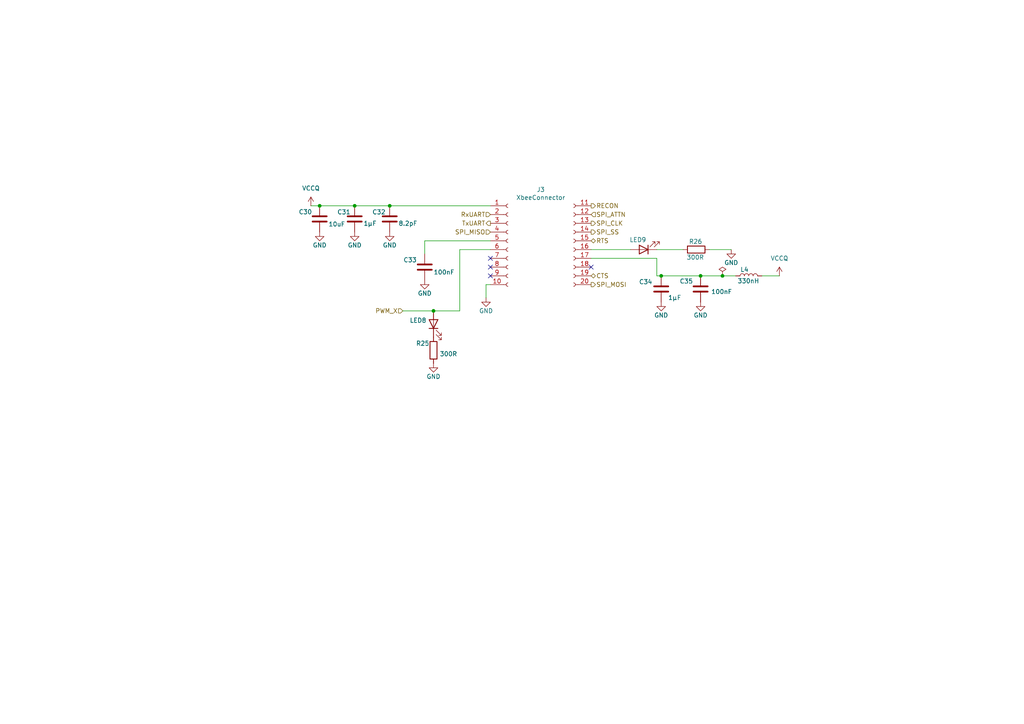
<source format=kicad_sch>
(kicad_sch (version 20250114) (generator "eeschema") (generator_version "9.0")
  (paper "A4")
  (title_block (title "XBEE") (date "2025-04-05") (rev "2.0") (company "Metropolia Motorsport") (comment 3 "ikar15012002@gmail.com") (comment 4 "Ivans Karsenieks"))
  (lib_symbols
    (symbol "Device:C" (pin_numbers (hide yes)) (pin_names (offset 0.254))
      (property "Reference" "C" (at 0.635 2.54 0))
      (property "Value" "C" (at 0.635 -2.54 0))
      (symbol "C_0_1"
        (polyline (pts (xy -2.032 0.762) (xy 2.032 0.762)) (stroke (width 0.508)))
        (polyline (pts (xy -2.032 -0.762) (xy 2.032 -0.762)) (stroke (width 0.508)))
      )
      (symbol "C_1_1"
        (pin passive line (at 0 3.81 270) (length 2.794) (name "~") (number "1"))
        (pin passive line (at 0 -3.81 90) (length 2.794) (name "~") (number "2"))
      )
    )
    (symbol "Device:L" (pin_numbers (hide yes)) (pin_names (offset 1.016) (hide yes))
      (property "Reference" "L" (at -1.27 0 90))
      (property "Value" "L" (at 1.905 0 90))
      (symbol "L_0_1"
        (arc (start 0 2.54) (mid 0.6323 1.905) (end 0 1.27))
        (arc (start 0 1.27) (mid 0.6323 0.635) (end 0 0))
        (arc (start 0 0) (mid 0.6323 -0.635) (end 0 -1.27))
        (arc (start 0 -1.27) (mid 0.6323 -1.905) (end 0 -2.54))
      )
      (symbol "L_1_1"
        (pin passive line (at 0 3.81 270) (length 1.27) (name "1") (number "1"))
        (pin passive line (at 0 -3.81 90) (length 1.27) (name "2") (number "2"))
      )
    )
    (symbol "Device:LED" (pin_numbers (hide yes)) (pin_names (offset 1.016) (hide yes))
      (property "Reference" "D" (at 0 2.54 0))
      (property "Value" "LED" (at 0 -2.54 0))
      (symbol "LED_0_1"
        (polyline (pts (xy -3.048 -0.762) (xy -4.572 -2.286) (xy -3.81 -2.286) (xy -4.572 -2.286) (xy -4.572 -1.524)))
        (polyline (pts (xy -1.778 -0.762) (xy -3.302 -2.286) (xy -2.54 -2.286) (xy -3.302 -2.286) (xy -3.302 -1.524)))
        (polyline (pts (xy -1.27 0) (xy 1.27 0)))
        (polyline (pts (xy -1.27 -1.27) (xy -1.27 1.27)) (stroke (width 0.254)))
        (polyline (pts (xy 1.27 -1.27) (xy 1.27 1.27) (xy -1.27 0) (xy 1.27 -1.27)) (stroke (width 0.254)))
      )
      (symbol "LED_1_1"
        (pin passive line (at -3.81 0 0) (length 2.54) (name "K") (number "1"))
        (pin passive line (at 3.81 0 180) (length 2.54) (name "A") (number "2"))
      )
    )
    (symbol "Device:R" (pin_numbers (hide yes)) (pin_names (offset 0))
      (property "Reference" "R" (at 2.032 0 90))
      (property "Value" "R" (at 0 0 90))
      (symbol "R_0_1"
        (rectangle (start -1.016 -2.54) (end 1.016 2.54) (stroke (width 0.254)))
      )
      (symbol "R_1_1"
        (pin passive line (at 0 3.81 270) (length 1.27) (name "~") (number "1"))
        (pin passive line (at 0 -3.81 90) (length 1.27) (name "~") (number "2"))
      )
    )
    (symbol "Telemetry-Board-rescue:GND-power-Telemetry-Board-rescue-Telemetry-Board-rescue" (power) (pin_names (offset 0))
      (property "Value" "GND-power-Telemetry-Board-rescue-Telemetry-Board-rescue" (at 0 -3.81 0))
      (symbol "GND-power-Telemetry-Board-rescue-Telemetry-Board-rescue_0_1"
        (polyline (pts (xy 0 0) (xy 0 -1.27) (xy 1.27 -1.27) (xy 0 -2.54) (xy -1.27 -1.27) (xy 0 -1.27)))
      )
      (symbol "GND-power-Telemetry-Board-rescue-Telemetry-Board-rescue_1_1"
        (pin power_in line (at 0 0 270) (length 0) (hide yes) (name "GND") (number "1"))
      )
    )
    (symbol "power:PWR_FLAG" (power) (pin_numbers (hide yes)) (pin_names (offset 0) (hide yes))
      (property "Value" "PWR_FLAG" (at 0 3.81 0))
      (symbol "PWR_FLAG_0_0"
        (pin power_out line (at 0 0 90) (length 0) (name "~") (number "1"))
      )
      (symbol "PWR_FLAG_0_1"
        (polyline (pts (xy 0 0) (xy 0 1.27) (xy -1.016 1.905) (xy 0 2.54) (xy 1.016 1.905) (xy 0 1.27)))
      )
    )
    (symbol "power:VCCQ" (power) (pin_numbers (hide yes)) (pin_names (offset 0) (hide yes))
      (property "Value" "VCCQ" (at 0 3.556 0))
      (symbol "VCCQ_0_1"
        (polyline (pts (xy -0.762 1.27) (xy 0 2.54)))
        (polyline (pts (xy 0 2.54) (xy 0.762 1.27)))
        (polyline (pts (xy 0 0) (xy 0 2.54)))
      )
      (symbol "VCCQ_1_1"
        (pin power_in line (at 0 0 90) (length 0) (name "~") (number "1"))
      )
    )
    (symbol "xbeeconnector:XbeeConnector" (pin_names (offset 1.016) (hide yes))
      (property "Reference" "J" (at 8.89 12.7 0))
      (property "Value" "XbeeConnector" (at 10.16 -13.97 0))
      (symbol "XbeeConnector_1_1"
        (polyline (pts (xy -1.27 10.16) (xy -0.508 10.16)) (stroke (width 0.1524)))
        (polyline (pts (xy -1.27 7.62) (xy -0.508 7.62)) (stroke (width 0.1524)))
        (polyline (pts (xy -1.27 5.08) (xy -0.508 5.08)) (stroke (width 0.1524)))
        (polyline (pts (xy -1.27 2.54) (xy -0.508 2.54)) (stroke (width 0.1524)))
        (polyline (pts (xy -1.27 0) (xy -0.508 0)) (stroke (width 0.1524)))
        (polyline (pts (xy -1.27 -2.54) (xy -0.508 -2.54)) (stroke (width 0.1524)))
        (polyline (pts (xy -1.27 -5.08) (xy -0.508 -5.08)) (stroke (width 0.1524)))
        (polyline (pts (xy -1.27 -7.62) (xy -0.508 -7.62)) (stroke (width 0.1524)))
        (polyline (pts (xy -1.27 -10.16) (xy -0.508 -10.16)) (stroke (width 0.1524)))
        (polyline (pts (xy -1.27 -12.7) (xy -0.508 -12.7)) (stroke (width 0.1524)))
        (arc (start 0 9.652) (mid -0.508 10.16) (end 0 10.668) (stroke (width 0.1524)))
        (arc (start 0 7.112) (mid -0.508 7.62) (end 0 8.128) (stroke (width 0.1524)))
        (arc (start 0 4.572) (mid -0.508 5.08) (end 0 5.588) (stroke (width 0.1524)))
        (arc (start 0 2.032) (mid -0.508 2.54) (end 0 3.048) (stroke (width 0.1524)))
        (arc (start 0 -0.508) (mid -0.508 0) (end 0 0.508) (stroke (width 0.1524)))
        (arc (start 0 -3.048) (mid -0.508 -2.54) (end 0 -2.032) (stroke (width 0.1524)))
        (arc (start 0 -5.588) (mid -0.508 -5.08) (end 0 -4.572) (stroke (width 0.1524)))
        (arc (start 0 -8.128) (mid -0.508 -7.62) (end 0 -7.112) (stroke (width 0.1524)))
        (arc (start 0 -10.668) (mid -0.508 -10.16) (end 0 -9.652) (stroke (width 0.1524)))
        (arc (start 0 -13.208) (mid -0.508 -12.7) (end 0 -12.192) (stroke (width 0.1524)))
        (arc (start 19.05 10.668) (mid 19.558 10.16) (end 19.05 9.652) (stroke (width 0.1524)))
        (arc (start 19.05 8.128) (mid 19.558 7.62) (end 19.05 7.112) (stroke (width 0.1524)))
        (arc (start 19.05 5.588) (mid 19.558 5.08) (end 19.05 4.572) (stroke (width 0.1524)))
        (arc (start 19.05 3.048) (mid 19.558 2.54) (end 19.05 2.032) (stroke (width 0.1524)))
        (arc (start 19.05 0.508) (mid 19.558 0) (end 19.05 -0.508) (stroke (width 0.1524)))
        (arc (start 19.05 -2.032) (mid 19.558 -2.54) (end 19.05 -3.048) (stroke (width 0.1524)))
        (arc (start 19.05 -4.572) (mid 19.558 -5.08) (end 19.05 -5.588) (stroke (width 0.1524)))
        (arc (start 19.05 -7.112) (mid 19.558 -7.62) (end 19.05 -8.128) (stroke (width 0.1524)))
        (arc (start 19.05 -9.652) (mid 19.558 -10.16) (end 19.05 -10.668) (stroke (width 0.1524)))
        (arc (start 19.05 -12.192) (mid 19.558 -12.7) (end 19.05 -13.208) (stroke (width 0.1524)))
        (polyline (pts (xy 20.32 10.16) (xy 19.558 10.16)) (stroke (width 0.1524)))
        (polyline (pts (xy 20.32 7.62) (xy 19.558 7.62)) (stroke (width 0.1524)))
        (polyline (pts (xy 20.32 5.08) (xy 19.558 5.08)) (stroke (width 0.1524)))
        (polyline (pts (xy 20.32 2.54) (xy 19.558 2.54)) (stroke (width 0.1524)))
        (polyline (pts (xy 20.32 0) (xy 19.558 0)) (stroke (width 0.1524)))
        (polyline (pts (xy 20.32 -2.54) (xy 19.558 -2.54)) (stroke (width 0.1524)))
        (polyline (pts (xy 20.32 -5.08) (xy 19.558 -5.08)) (stroke (width 0.1524)))
        (polyline (pts (xy 20.32 -7.62) (xy 19.558 -7.62)) (stroke (width 0.1524)))
        (polyline (pts (xy 20.32 -10.16) (xy 19.558 -10.16)) (stroke (width 0.1524)))
        (polyline (pts (xy 20.32 -12.7) (xy 19.558 -12.7)) (stroke (width 0.1524)))
        (pin passive line (at -5.08 10.16 0) (length 3.81) (name "Pin_1") (number "1"))
        (pin passive line (at -5.08 7.62 0) (length 3.81) (name "Pin_2") (number "2"))
        (pin passive line (at -5.08 5.08 0) (length 3.81) (name "Pin_3") (number "3"))
        (pin passive line (at -5.08 2.54 0) (length 3.81) (name "Pin_4") (number "4"))
        (pin passive line (at -5.08 0 0) (length 3.81) (name "Pin_5") (number "5"))
        (pin passive line (at -5.08 -2.54 0) (length 3.81) (name "Pin_6") (number "6"))
        (pin passive line (at -5.08 -5.08 0) (length 3.81) (name "Pin_7") (number "7"))
        (pin passive line (at -5.08 -7.62 0) (length 3.81) (name "Pin_8") (number "8"))
        (pin passive line (at -5.08 -10.16 0) (length 3.81) (name "Pin_9") (number "9"))
        (pin passive line (at -5.08 -12.7 0) (length 3.81) (name "Pin_10") (number "10"))
        (pin passive line (at 24.13 10.16 180) (length 3.81) (name "Pin_11") (number "11"))
        (pin passive line (at 24.13 7.62 180) (length 3.81) (name "Pin_12") (number "12"))
        (pin passive line (at 24.13 5.08 180) (length 3.81) (name "Pin_13") (number "13"))
        (pin passive line (at 24.13 2.54 180) (length 3.81) (name "Pin_14") (number "14"))
        (pin passive line (at 24.13 0 180) (length 3.81) (name "Pin_15") (number "15"))
        (pin passive line (at 24.13 -2.54 180) (length 3.81) (name "Pin_16") (number "16"))
        (pin passive line (at 24.13 -5.08 180) (length 3.81) (name "Pin_17") (number "17"))
        (pin passive line (at 24.13 -7.62 180) (length 3.81) (name "Pin_18") (number "18"))
        (pin passive line (at 24.13 -10.16 180) (length 3.81) (name "Pin_19") (number "19"))
        (pin passive line (at 24.13 -12.7 180) (length 3.81) (name "Pin_20") (number "20"))
      )
    )
  )
  (junction (at 102.87 59.69))
  (junction (at 191.77 80.01))
  (junction (at 209.55 80.01))
  (junction (at 203.2 80.01))
  (junction (at 125.73 90.17))
  (junction (at 113.03 59.69))
  (junction (at 92.71 59.69))
  (no_connect (at 171.45 77.47))
  (no_connect (at 142.24 77.47))
  (no_connect (at 142.24 80.01))
  (no_connect (at 142.24 74.93))
  (wire (pts (xy 123.19 69.85) (xy 123.19 73.66)))
  (wire (pts (xy 190.5 72.39) (xy 198.12 72.39)))
  (wire (pts (xy 116.84 90.17) (xy 125.73 90.17)))
  (wire (pts (xy 92.71 59.69) (xy 102.87 59.69)))
  (wire (pts (xy 171.45 72.39) (xy 182.88 72.39)))
  (wire (pts (xy 142.24 82.55) (xy 140.97 82.55)))
  (wire (pts (xy 90.17 59.69) (xy 92.71 59.69)))
  (wire (pts (xy 205.74 72.39) (xy 212.09 72.39)))
  (wire (pts (xy 133.35 72.39) (xy 142.24 72.39)))
  (wire (pts (xy 203.2 80.01) (xy 209.55 80.01)))
  (wire (pts (xy 209.55 80.01) (xy 213.36 80.01)))
  (wire (pts (xy 142.24 69.85) (xy 123.19 69.85)))
  (wire (pts (xy 191.77 80.01) (xy 203.2 80.01)))
  (wire (pts (xy 190.5 80.01) (xy 190.5 74.93)))
  (wire (pts (xy 125.73 90.17) (xy 133.35 90.17)))
  (wire (pts (xy 190.5 80.01) (xy 191.77 80.01)))
  (wire (pts (xy 133.35 72.39) (xy 133.35 90.17)))
  (wire (pts (xy 113.03 59.69) (xy 142.24 59.69)))
  (wire (pts (xy 140.97 82.55) (xy 140.97 86.36)))
  (wire (pts (xy 190.5 74.93) (xy 171.45 74.93)))
  (wire (pts (xy 220.98 80.01) (xy 226.06 80.01)))
  (wire (pts (xy 102.87 59.69) (xy 113.03 59.69)))
  (hierarchical_label "SPI_MISO" (shape input) (at 142.24 67.31 180))
  (hierarchical_label "SPI_SS" (shape output) (at 171.45 67.31 0))
  (hierarchical_label "SPI_CLK" (shape output) (at 171.45 64.77 0))
  (hierarchical_label "RECON" (shape output) (at 171.45 59.69 0))
  (hierarchical_label "TxUART" (shape output) (at 142.24 64.77 180))
  (hierarchical_label "SPI_ATTN" (shape input) (at 171.45 62.23 0))
  (hierarchical_label "PWM_X" (shape input) (at 116.84 90.17 180))
  (hierarchical_label "RxUART" (shape input) (at 142.24 62.23 180))
  (hierarchical_label "CTS" (shape bidirectional) (at 171.45 80.01 0))
  (hierarchical_label "RTS" (shape bidirectional) (at 171.45 69.85 0))
  (hierarchical_label "SPI_MOSI" (shape output) (at 171.45 82.55 0))
  (symbol (lib_id "xbeeconnector:XbeeConnector") (at 147.32 69.85 0) (unit 1)
    (property "Reference" "J3" (at 156.845 54.991 0))
    (property "Value" "XbeeConnector" (at 156.845 57.3024 0))
    (property "Footprint" "telemetry:XbeeSocket" (effects (hide yes)))
  )
  (symbol (lib_id "Telemetry-Board-rescue:GND-power-Telemetry-Board-rescue-Telemetry-Board-rescue") (at 125.73 105.41 0) (unit 1)
    (property "Reference" "#PWR091" (effects (hide yes)))
    (property "Value" "GND" (at 125.73 109.22 0))
  )
  (symbol (lib_id "Telemetry-Board-rescue:GND-power-Telemetry-Board-rescue-Telemetry-Board-rescue") (at 140.97 86.36 0) (unit 1)
    (property "Reference" "#PWR092" (effects (hide yes)))
    (property "Value" "GND" (at 140.97 90.17 0))
  )
  (symbol (lib_id "Device:C") (at 102.87 63.5 0) (unit 1)
    (property "Reference" "C31" (at 97.79 62.23 0) (effects (justify left bottom)))
    (property "Value" "1µF" (at 105.41 65.532 0) (effects (justify left bottom)))
    (property "Footprint" "Capacitor_SMD:C_0805_2012Metric_Pad1.18x1.45mm_HandSolder" (effects (hide yes)))
    (property "Description" "08053C105KAZ2A" (effects (hide yes)))
    (property "MAX OPERATING TEMPERATURE" "125°C" (effects (hide yes)))
    (property "CASE/PACKAGE" "0805" (effects (hide yes)))
    (property "PACKAGING" "Tape and Reel" (effects (hide yes)))
    (property "MIN OPERATING TEMPERATURE" "-55°C" (effects (hide yes)))
    (property "CAPACITOR TYPE" "Ceramic" (effects (hide yes)))
    (property "DIELECTRIC MATERIAL" "Ceramic" (effects (hide yes)))
    (property "HEIGHT" "1.4mm" (effects (hide yes)))
    (property "JESD-609 CODE" "e3" (effects (hide yes)))
    (property "LENGTH" "2.01mm" (effects (hide yes)))
    (property "MOUNTING TECHNOLOGY" "Surface Mount" (effects (hide yes)))
    (property "MULTILAYER" "Yes" (effects (hide yes)))
    (property "PACKAGE SHAPE" "Rectangular" (effects (hide yes)))
    (property "PACKAGE STYLE" "SMTMeter" (effects (hide yes)))
    (property "PINS" "2" (effects (hide yes)))
    (property "RATED DC VOLTAGE (URDC)" "25V" (effects (hide yes)))
    (property "REACH SVHC COMPLIANT" "Yes" (effects (hide yes)))
    (property "REFERENCE STANDARD" "AEC-Q200" (effects (hide yes)))
    (property "ROHS COMPLIANT" "Yes" (effects (hide yes)))
    (property "TEMPERATURE CHARACTERISTICS CODE" "X7R" (effects (hide yes)))
    (property "TERMINAL FINISH" "Nickel" (effects (hide yes)))
    (property "TERMINATION" "Wraparound" (effects (hide yes)))
    (property "TOLERANCE  (FILL IN AS +-)" "10%" (effects (hide yes)))
    (property "TOLERANCE (FILL IN AS +-)" "10%" (effects (hide yes)))
    (property "ALTIUM_VALUE" "1µF" (effects (hide yes)))
    (property "WIDTH" "1.25mm" (effects (hide yes)))
  )
  (symbol (lib_id "Device:LED") (at 125.73 93.98 90) (unit 1)
    (property "Reference" "LED8" (at 123.698 92.202 90) (effects (justify left bottom)))
    (property "Value" "SML-H12D8TT86" (effects (hide yes)))
    (property "Footprint" "LED_SMD:LED_0805_2012Metric_Pad1.15x1.40mm_HandSolder" (effects (hide yes)))
    (property "Description" "Orange LED" (effects (hide yes)))
    (property "DATASHEET LINK" "https://datasheet.datasheetarchive.com/originals/distributors/DKDS-18/357140.pdf" (effects (hide yes)))
    (property "HEIGHT" "0.9mm" (effects (hide yes)))
    (property "MANUFACTURER_NAME" "ROHM Semiconductor" (effects (hide yes)))
    (property "MANUFACTURER_PART_NUMBER" "SML-H12D8TT86" (effects (hide yes)))
    (property "MOUSER PART NUMBER" "755-SML-H12D8TT86" (effects (hide yes)))
    (property "MOUSER PRICE/STOCK" "https://www.mouser.co.uk/ProductDetail/ROHM-Semiconductor/SML-H12D8TT86?qs=SP2aZMzhwxiz9%252BUGDYiyAA%3D%3D" (effects (hide yes)))
    (property "COLOUR" "Orange" (effects (hide yes)))
  )
  (symbol (lib_id "Device:C") (at 191.77 83.82 180) (unit 1)
    (property "Reference" "C34" (at 189.23 81.026 0) (effects (justify left bottom)))
    (property "Value" "1µF" (at 197.612 85.598 0) (effects (justify left bottom)))
    (property "Footprint" "Capacitor_SMD:C_0805_2012Metric_Pad1.18x1.45mm_HandSolder" (effects (hide yes)))
    (property "Description" "08053C105KAZ2A" (effects (hide yes)))
    (property "MAX OPERATING TEMPERATURE" "125°C" (effects (hide yes)))
    (property "CASE/PACKAGE" "0805" (effects (hide yes)))
    (property "PACKAGING" "Tape and Reel" (effects (hide yes)))
    (property "MIN OPERATING TEMPERATURE" "-55°C" (effects (hide yes)))
    (property "CAPACITOR TYPE" "Ceramic" (effects (hide yes)))
    (property "DIELECTRIC MATERIAL" "Ceramic" (effects (hide yes)))
    (property "HEIGHT" "1.4mm" (effects (hide yes)))
    (property "JESD-609 CODE" "e3" (effects (hide yes)))
    (property "LENGTH" "2.01mm" (effects (hide yes)))
    (property "MOUNTING TECHNOLOGY" "Surface Mount" (effects (hide yes)))
    (property "MULTILAYER" "Yes" (effects (hide yes)))
    (property "PACKAGE SHAPE" "Rectangular" (effects (hide yes)))
    (property "PACKAGE STYLE" "SMTMeter" (effects (hide yes)))
    (property "PINS" "2" (effects (hide yes)))
    (property "RATED DC VOLTAGE (URDC)" "25V" (effects (hide yes)))
    (property "REACH SVHC COMPLIANT" "Yes" (effects (hide yes)))
    (property "REFERENCE STANDARD" "AEC-Q200" (effects (hide yes)))
    (property "ROHS COMPLIANT" "Yes" (effects (hide yes)))
    (property "TEMPERATURE CHARACTERISTICS CODE" "X7R" (effects (hide yes)))
    (property "TERMINAL FINISH" "Nickel" (effects (hide yes)))
    (property "TERMINATION" "Wraparound" (effects (hide yes)))
    (property "TOLERANCE  (FILL IN AS +-)" "10%" (effects (hide yes)))
    (property "TOLERANCE (FILL IN AS +-)" "10%" (effects (hide yes)))
    (property "ALTIUM_VALUE" "1µF" (effects (hide yes)))
    (property "WIDTH" "1.25mm" (effects (hide yes)))
  )
  (symbol (lib_id "Device:C") (at 113.03 63.5 0) (unit 1)
    (property "Reference" "C32" (at 107.95 62.23 0) (effects (justify left bottom)))
    (property "Value" "8.2pF" (at 115.57 65.532 0) (effects (justify left bottom)))
    (property "Footprint" "Capacitor_SMD:C_0805_2012Metric_Pad1.18x1.45mm_HandSolder" (effects (hide yes)))
    (property "Description" "885012007098" (effects (hide yes)))
  )
  (symbol (lib_id "Telemetry-Board-rescue:GND-power-Telemetry-Board-rescue-Telemetry-Board-rescue") (at 113.03 67.31 0) (unit 1)
    (property "Reference" "#PWR089" (effects (hide yes)))
    (property "Value" "GND" (at 113.03 71.12 0))
  )
  (symbol (lib_id "Device:C") (at 203.2 83.82 0) (unit 1)
    (property "Reference" "C35" (at 197.104 82.296 0) (effects (justify left bottom)))
    (property "Value" "100nF" (at 206.248 85.344 0) (effects (justify left bottom)))
    (property "Footprint" "Capacitor_SMD:C_0805_2012Metric_Pad1.18x1.45mm_HandSolder" (effects (hide yes)))
    (property "Description" "08055C104KAT4A" (effects (hide yes)))
    (property "HEIGHT" "0.94mm" (effects (hide yes)))
    (property "ALTIUM_VALUE" "100nF" (effects (hide yes)))
    (property "CAPACITOR TYPE" "Ceramic" (effects (hide yes)))
    (property "CASE/PACKAGE" "0805" (effects (hide yes)))
    (property "DIELECTRIC MATERIAL" "Ceramic" (effects (hide yes)))
    (property "JESD-609 CODE" "e3" (effects (hide yes)))
    (property "LENGTH" "2.01mm" (effects (hide yes)))
    (property "MAX OPERATING TEMPERATURE" "125°C" (effects (hide yes)))
    (property "MIN OPERATING TEMPERATURE" "-55°C" (effects (hide yes)))
    (property "MOUNTING TECHNOLOGY" "Surface Mount" (effects (hide yes)))
    (property "MULTILAYER" "Yes" (effects (hide yes)))
    (property "PACKAGE SHAPE" "Rectangular" (effects (hide yes)))
    (property "PACKAGE STYLE" "SMTMeter" (effects (hide yes)))
    (property "PACKAGING" "Tape and Reel" (effects (hide yes)))
    (property "PINS" "2" (effects (hide yes)))
    (property "RATED DC VOLTAGE (URDC)" "50V" (effects (hide yes)))
    (property "REACH SVHC COMPLIANT" "Yes" (effects (hide yes)))
    (property "ROHS COMPLIANT" "Yes" (effects (hide yes)))
    (property "TEMPERATURE CHARACTERISTICS CODE" "X7R" (effects (hide yes)))
    (property "TERMINAL FINISH" "Nickel" (effects (hide yes)))
    (property "TERMINATION" "Wraparound" (effects (hide yes)))
    (property "TOLERANCE  (FILL IN AS +-)" "10%" (effects (hide yes)))
    (property "TOLERANCE (FILL IN AS +-)" "10%" (effects (hide yes)))
    (property "WIDTH" "1.25mm" (effects (hide yes)))
  )
  (symbol (lib_id "Telemetry-Board-rescue:GND-power-Telemetry-Board-rescue-Telemetry-Board-rescue") (at 92.71 67.31 0) (unit 1)
    (property "Reference" "#PWR087" (effects (hide yes)))
    (property "Value" "GND" (at 92.71 71.12 0))
  )
  (symbol (lib_id "Device:C") (at 123.19 77.47 180) (unit 1)
    (property "Reference" "C33" (at 120.904 74.676 0) (effects (justify left bottom)))
    (property "Value" "100nF" (at 131.826 78.232 0) (effects (justify left bottom)))
    (property "Footprint" "Capacitor_SMD:C_0805_2012Metric_Pad1.18x1.45mm_HandSolder" (effects (hide yes)))
    (property "Description" "08055C104KAT4A" (effects (hide yes)))
    (property "HEIGHT" "0.94mm" (effects (hide yes)))
    (property "ALTIUM_VALUE" "100nF" (effects (hide yes)))
    (property "CAPACITOR TYPE" "Ceramic" (effects (hide yes)))
    (property "CASE/PACKAGE" "0805" (effects (hide yes)))
    (property "DIELECTRIC MATERIAL" "Ceramic" (effects (hide yes)))
    (property "JESD-609 CODE" "e3" (effects (hide yes)))
    (property "LENGTH" "2.01mm" (effects (hide yes)))
    (property "MAX OPERATING TEMPERATURE" "125°C" (effects (hide yes)))
    (property "MIN OPERATING TEMPERATURE" "-55°C" (effects (hide yes)))
    (property "MOUNTING TECHNOLOGY" "Surface Mount" (effects (hide yes)))
    (property "MULTILAYER" "Yes" (effects (hide yes)))
    (property "PACKAGE SHAPE" "Rectangular" (effects (hide yes)))
    (property "PACKAGE STYLE" "SMTMeter" (effects (hide yes)))
    (property "PACKAGING" "Tape and Reel" (effects (hide yes)))
    (property "PINS" "2" (effects (hide yes)))
    (property "RATED DC VOLTAGE (URDC)" "50V" (effects (hide yes)))
    (property "REACH SVHC COMPLIANT" "Yes" (effects (hide yes)))
    (property "ROHS COMPLIANT" "Yes" (effects (hide yes)))
    (property "TEMPERATURE CHARACTERISTICS CODE" "X7R" (effects (hide yes)))
    (property "TERMINAL FINISH" "Nickel" (effects (hide yes)))
    (property "TERMINATION" "Wraparound" (effects (hide yes)))
    (property "TOLERANCE  (FILL IN AS +-)" "10%" (effects (hide yes)))
    (property "TOLERANCE (FILL IN AS +-)" "10%" (effects (hide yes)))
    (property "WIDTH" "1.25mm" (effects (hide yes)))
  )
  (symbol (lib_id "power:PWR_FLAG") (at 209.55 80.01 0) (unit 1)
    (property "Reference" "#FLG08" (effects (hide yes)))
    (property "Value" "PWR_FLAG" (effects (hide yes)))
    (property "Description" "Special symbol for telling ERC where power comes from" (effects (hide yes)))
  )
  (symbol (lib_id "Device:L") (at 217.17 80.01 90) (unit 1)
    (property "Reference" "L4" (at 217.17 77.47 90) (effects (justify left bottom)))
    (property "Value" "330nH" (at 220.218 80.772 90) (effects (justify left bottom)))
    (property "Footprint" "Inductor_SMD:L_0805_2012Metric_Pad1.15x1.40mm_HandSolder" (effects (hide yes)))
    (property "Description" "BDCC00201208R33MWA" (effects (hide yes)))
    (property "SHIELDING" "Shielded" (effects (hide yes)))
    (property "TEST FREQUENCY" "2MHz" (effects (hide yes)))
    (property "MIN OPERATING TEMPERATURE" "-40°C" (effects (hide yes)))
    (property "TOLERANCE" "20%" (effects (hide yes)))
    (property "DC RESISTANCE (DCR)" "24mR" (effects (hide yes)))
    (property "MAX OPERATING TEMPERATURE" "125°C" (effects (hide yes)))
    (property "TERMINATION" "One Surface" (effects (hide yes)))
    (property "CORE MATERIAL" "Ferrite" (effects (hide yes)))
    (property "CHANNELS" "1" (effects (hide yes)))
    (property "INDUCTANCE-NOM (L)" "0.33uH" (effects (hide yes)))
    (property "INDUCTOR APPLICATION" "RF INDUCTOR" (effects (hide yes)))
    (property "INDUCTOR TYPE" "GENERAL PURPOSE INDUCTOR" (effects (hide yes)))
    (property "MAX CURRENT RATING" "4A" (effects (hide yes)))
    (property "PINS" "2" (effects (hide yes)))
    (property "REACH SVHC COMPLIANT" "Yes" (effects (hide yes)))
    (property "ROHS COMPLIANT" "Yes" (effects (hide yes)))
    (property "SHAPE/SIZE DESCRIPTION" "RECTANGULAR PACKAGE" (effects (hide yes)))
    (property "SURFACE MOUNT" "Yes" (effects (hide yes)))
    (property "TERMINAL PLACEMENT" "Dual Ended" (effects (hide yes)))
    (property "ALTIUM_VALUE" "330nH" (effects (hide yes)))
  )
  (symbol (lib_id "Telemetry-Board-rescue:GND-power-Telemetry-Board-rescue-Telemetry-Board-rescue") (at 212.09 72.39 0) (unit 1)
    (property "Reference" "#PWR095" (effects (hide yes)))
    (property "Value" "GND" (at 212.09 76.2 0))
  )
  (symbol (lib_id "Telemetry-Board-rescue:GND-power-Telemetry-Board-rescue-Telemetry-Board-rescue") (at 191.77 87.63 0) (unit 1)
    (property "Reference" "#PWR093" (effects (hide yes)))
    (property "Value" "GND" (at 191.77 91.44 0))
  )
  (symbol (lib_id "Telemetry-Board-rescue:GND-power-Telemetry-Board-rescue-Telemetry-Board-rescue") (at 123.19 81.28 0) (unit 1)
    (property "Reference" "#PWR090" (effects (hide yes)))
    (property "Value" "GND" (at 123.19 85.09 0))
  )
  (symbol (lib_id "Device:R") (at 125.73 101.6 0) (unit 1)
    (property "Reference" "R25" (at 120.65 100.33 0) (effects (justify left bottom)))
    (property "Value" "300R" (at 127.508 103.378 0) (effects (justify left bottom)))
    (property "Footprint" "Resistor_SMD:R_0805_2012Metric_Pad1.20x1.40mm_HandSolder" (effects (hide yes)))
    (property "Description" "ESR10EZPJ301" (effects (hide yes)))
    (property "TEMPERATURE COEFFICIENT" "200ppm/°C" (effects (hide yes)))
    (property "MAX POWER DISSIPATION" "400mW" (effects (hide yes)))
    (property "MAX OPERATING TEMPERATURE" "155°C" (effects (hide yes)))
    (property "CASE CODE (METRIC)" "2012" (effects (hide yes)))
    (property "HEIGHT - SEATED (MAX)" "0.026inch" (effects (hide yes)))
    (property "CASE CODE (IMPERIAL)" "0805" (effects (hide yes)))
    (property "POWER RATING" "400mW" (effects (hide yes)))
    (property "TOLERANCE" "5%" (effects (hide yes)))
    (property "SIZE CODE" "0805" (effects (hide yes)))
    (property "SERIES" "ESR" (effects (hide yes)))
    (property "ROHS COMPLIANT" "Yes" (effects (hide yes)))
    (property "FEATURES" "Automotive AEC-Q200" (effects (hide yes)))
    (property "MIN OPERATING TEMPERATURE" "-55°C" (effects (hide yes)))
    (property "CASE/PACKAGE" "0805" (effects (hide yes)))
    (property "LENGTH" "0.079inch" (effects (hide yes)))
    (property "NUMBER OF TERMINATIONS" "2" (effects (hide yes)))
    (property "RESISTOR TYPE" "Thick Film" (effects (hide yes)))
    (property "WIDTH" "0.049inch" (effects (hide yes)))
    (property "LEAD FREE" "Lead Free" (effects (hide yes)))
    (property "RESISTANCE" "300R" (effects (hide yes)))
    (property "PACKAGE QUANTITY" "1" (effects (hide yes)))
    (property "PACKAGING" "Tape and Reel" (effects (hide yes)))
    (property "HEIGHT" "0.026inch" (effects (hide yes)))
    (property "ALTIUM_VALUE" "300R" (effects (hide yes)))
  )
  (symbol (lib_id "Telemetry-Board-rescue:GND-power-Telemetry-Board-rescue-Telemetry-Board-rescue") (at 102.87 67.31 0) (unit 1)
    (property "Reference" "#PWR088" (effects (hide yes)))
    (property "Value" "GND" (at 102.87 71.12 0))
  )
  (symbol (lib_id "Device:LED") (at 186.69 72.39 180) (unit 1)
    (property "Reference" "LED9" (at 187.452 68.834 0) (effects (justify left bottom)))
    (property "Value" "SMLMN2WB1CW1" (effects (hide yes)))
    (property "Footprint" "LED_SMD:LED_0805_2012Metric_Pad1.15x1.40mm_HandSolder" (effects (hide yes)))
    (property "Description" "White LED" (effects (hide yes)))
    (property "DATASHEET LINK" "https://componentsearchengine.com/Datasheets/1/SMLMN2WB1CW1.pdf" (effects (hide yes)))
    (property "HEIGHT" "1mm" (effects (hide yes)))
    (property "MANUFACTURER_NAME" "ROHM Semiconductor" (effects (hide yes)))
    (property "MANUFACTURER_PART_NUMBER" "SMLMN2WB1CW1" (effects (hide yes)))
    (property "MOUSER PART NUMBER" "755-SMLMN2WB1CW1C" (effects (hide yes)))
    (property "MOUSER PRICE/STOCK" "https://www.mouser.co.uk/ProductDetail/ROHM-Semiconductor/SMLMN2WB1CW1?qs=HXFqYaX1Q2xViTuJn4O8Qw%3D%3D" (effects (hide yes)))
    (property "COLOUR" "White" (effects (hide yes)))
  )
  (symbol (lib_id "power:VCCQ") (at 90.17 59.69 0) (unit 1)
    (property "Reference" "#PWR086" (effects (hide yes)))
    (property "Value" "VCCQ" (at 90.17 54.61 0))
    (property "Description" "Power symbol creates a global label with name \"VCCQ\"" (effects (hide yes)))
  )
  (symbol (lib_id "Device:R") (at 201.93 72.39 90) (unit 1)
    (property "Reference" "R26" (at 203.708 69.342 90) (effects (justify left bottom)))
    (property "Value" "300R" (at 204.216 73.914 90) (effects (justify left bottom)))
    (property "Footprint" "Resistor_SMD:R_0805_2012Metric_Pad1.20x1.40mm_HandSolder" (effects (hide yes)))
    (property "Description" "ESR10EZPJ301" (effects (hide yes)))
    (property "TEMPERATURE COEFFICIENT" "200ppm/°C" (effects (hide yes)))
    (property "MAX POWER DISSIPATION" "400mW" (effects (hide yes)))
    (property "MAX OPERATING TEMPERATURE" "155°C" (effects (hide yes)))
    (property "CASE CODE (METRIC)" "2012" (effects (hide yes)))
    (property "HEIGHT - SEATED (MAX)" "0.026inch" (effects (hide yes)))
    (property "CASE CODE (IMPERIAL)" "0805" (effects (hide yes)))
    (property "POWER RATING" "400mW" (effects (hide yes)))
    (property "TOLERANCE" "5%" (effects (hide yes)))
    (property "SIZE CODE" "0805" (effects (hide yes)))
    (property "SERIES" "ESR" (effects (hide yes)))
    (property "ROHS COMPLIANT" "Yes" (effects (hide yes)))
    (property "FEATURES" "Automotive AEC-Q200" (effects (hide yes)))
    (property "MIN OPERATING TEMPERATURE" "-55°C" (effects (hide yes)))
    (property "CASE/PACKAGE" "0805" (effects (hide yes)))
    (property "LENGTH" "0.079inch" (effects (hide yes)))
    (property "NUMBER OF TERMINATIONS" "2" (effects (hide yes)))
    (property "RESISTOR TYPE" "Thick Film" (effects (hide yes)))
    (property "WIDTH" "0.049inch" (effects (hide yes)))
    (property "LEAD FREE" "Lead Free" (effects (hide yes)))
    (property "RESISTANCE" "300R" (effects (hide yes)))
    (property "PACKAGE QUANTITY" "1" (effects (hide yes)))
    (property "PACKAGING" "Tape and Reel" (effects (hide yes)))
    (property "HEIGHT" "0.026inch" (effects (hide yes)))
    (property "ALTIUM_VALUE" "300R" (effects (hide yes)))
  )
  (symbol (lib_id "Telemetry-Board-rescue:GND-power-Telemetry-Board-rescue-Telemetry-Board-rescue") (at 203.2 87.63 0) (unit 1)
    (property "Reference" "#PWR094" (effects (hide yes)))
    (property "Value" "GND" (at 203.2 91.44 0))
  )
  (symbol (lib_id "power:VCCQ") (at 226.06 80.01 0) (unit 1)
    (property "Reference" "#PWR096" (effects (hide yes)))
    (property "Value" "VCCQ" (at 226.06 74.93 0))
    (property "Description" "Power symbol creates a global label with name \"VCCQ\"" (effects (hide yes)))
  )
  (symbol (lib_id "Device:C") (at 92.71 63.5 0) (unit 1)
    (property "Reference" "C30" (at 86.614 61.468 0) (effects (justify left)))
    (property "Value" "10uF" (at 95.25 65.024 0) (effects (justify left)))
    (property "Footprint" "Capacitor_SMD:C_0805_2012Metric_Pad1.18x1.45mm_HandSolder" (effects (hide yes)))
    (property "Datasheet" "https://www.mouser.fi/datasheet/2/585/MLCC-1837944.pdf" (effects (hide yes)))
    (property "Description" "CL21B106KAYQNNE" (effects (hide yes)))
  )
)
</source>
